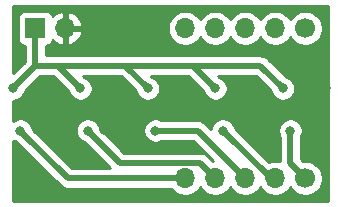
<source format=gbl>
%TF.GenerationSoftware,KiCad,Pcbnew,(5.1.8)-1*%
%TF.CreationDate,2021-03-06T21:21:54+09:00*%
%TF.ProjectId,led_driver,6c65645f-6472-4697-9665-722e6b696361,rev?*%
%TF.SameCoordinates,PX7df6180PY3a22d00*%
%TF.FileFunction,Copper,L2,Bot*%
%TF.FilePolarity,Positive*%
%FSLAX46Y46*%
G04 Gerber Fmt 4.6, Leading zero omitted, Abs format (unit mm)*
G04 Created by KiCad (PCBNEW (5.1.8)-1) date 2021-03-06 21:21:54*
%MOMM*%
%LPD*%
G01*
G04 APERTURE LIST*
%TA.AperFunction,ComponentPad*%
%ADD10C,1.700000*%
%TD*%
%TA.AperFunction,ComponentPad*%
%ADD11O,1.700000X1.700000*%
%TD*%
%TA.AperFunction,ComponentPad*%
%ADD12R,1.700000X1.700000*%
%TD*%
%TA.AperFunction,ViaPad*%
%ADD13C,0.800000*%
%TD*%
%TA.AperFunction,Conductor*%
%ADD14C,0.500000*%
%TD*%
%TA.AperFunction,Conductor*%
%ADD15C,0.254000*%
%TD*%
%TA.AperFunction,Conductor*%
%ADD16C,0.100000*%
%TD*%
G04 APERTURE END LIST*
D10*
%TO.P,J2,1*%
%TO.N,Net-(J2-Pad1)*%
X25400000Y2540000D03*
D11*
%TO.P,J2,2*%
%TO.N,Net-(J2-Pad2)*%
X22860000Y2540000D03*
%TO.P,J2,3*%
%TO.N,Net-(J2-Pad3)*%
X20320000Y2540000D03*
%TO.P,J2,4*%
%TO.N,Net-(J10-Pad1)*%
X17780000Y2540000D03*
%TO.P,J2,5*%
%TO.N,Net-(J11-Pad1)*%
X15240000Y2540000D03*
%TD*%
%TO.P,J3,5*%
%TO.N,Net-(J11-Pad4)*%
X15240000Y15240000D03*
%TO.P,J3,4*%
%TO.N,Net-(J10-Pad4)*%
X17780000Y15240000D03*
%TO.P,J3,3*%
%TO.N,Net-(J3-Pad3)*%
X20320000Y15240000D03*
%TO.P,J3,2*%
%TO.N,Net-(J3-Pad2)*%
X22860000Y15240000D03*
D10*
%TO.P,J3,1*%
%TO.N,Net-(J3-Pad1)*%
X25400000Y15240000D03*
%TD*%
D12*
%TO.P,J1,1*%
%TO.N,Net-(J1-Pad1)*%
X2540000Y15240000D03*
D11*
%TO.P,J1,2*%
%TO.N,Net-(J1-Pad2)*%
X5080000Y15240000D03*
%TD*%
D13*
%TO.N,Net-(J1-Pad1)*%
X635000Y10160000D03*
X6350000Y10160000D03*
X12065000Y10160000D03*
X17780000Y10160000D03*
X23495000Y10160000D03*
%TO.N,Net-(J1-Pad2)*%
X1016000Y16764000D03*
X26924000Y16764000D03*
X12319000Y1143000D03*
X10033000Y10160000D03*
X4318000Y10160000D03*
X15748000Y10160000D03*
X21463000Y10160000D03*
X27178000Y10160000D03*
X2667000Y6604000D03*
X11176000Y6858000D03*
X22606000Y6858000D03*
X8382000Y6604000D03*
X5334000Y6604000D03*
X25654000Y6604000D03*
X8636000Y15875000D03*
X2540000Y1143000D03*
X8255000Y1143000D03*
X26924000Y1016000D03*
%TO.N,Net-(J2-Pad1)*%
X24130000Y6580002D03*
%TO.N,Net-(J2-Pad2)*%
X18415000Y6580002D03*
%TO.N,Net-(J2-Pad3)*%
X12700000Y6580002D03*
%TO.N,Net-(J10-Pad1)*%
X6985000Y6580002D03*
%TO.N,Net-(J11-Pad1)*%
X1270000Y6580002D03*
%TD*%
D14*
%TO.N,Net-(J1-Pad1)*%
X2540000Y12065000D02*
X635000Y10160000D01*
X2540000Y15240000D02*
X2540000Y12065000D01*
X4445000Y12065000D02*
X6350000Y10160000D01*
X2540000Y12065000D02*
X4445000Y12065000D01*
X10160000Y12065000D02*
X12065000Y10160000D01*
X4445000Y12065000D02*
X10160000Y12065000D01*
X15875000Y12065000D02*
X17780000Y10160000D01*
X10160000Y12065000D02*
X15875000Y12065000D01*
X21590000Y12065000D02*
X23495000Y10160000D01*
X15875000Y12065000D02*
X21590000Y12065000D01*
%TO.N,Net-(J2-Pad1)*%
X24130000Y3810000D02*
X25400000Y2540000D01*
X24130000Y6580002D02*
X24130000Y3810000D01*
%TO.N,Net-(J2-Pad2)*%
X22455002Y2540000D02*
X22860000Y2540000D01*
X18415000Y6580002D02*
X22455002Y2540000D01*
%TO.N,Net-(J2-Pad3)*%
X16279998Y6580002D02*
X20320000Y2540000D01*
X12700000Y6580002D02*
X16279998Y6580002D01*
%TO.N,Net-(J10-Pad1)*%
X16479999Y3840001D02*
X17780000Y2540000D01*
X9725001Y3840001D02*
X16479999Y3840001D01*
X6985000Y6580002D02*
X9725001Y3840001D01*
%TO.N,Net-(J11-Pad1)*%
X5310002Y2540000D02*
X15240000Y2540000D01*
X1270000Y6580002D02*
X5310002Y2540000D01*
%TD*%
D15*
%TO.N,Net-(J1-Pad2)*%
X27280001Y660000D02*
X660000Y660000D01*
X660000Y5742807D01*
X779744Y5662797D01*
X968102Y5584776D01*
X1024957Y5573467D01*
X4653472Y1944951D01*
X4681185Y1911183D01*
X4714953Y1883470D01*
X4714955Y1883468D01*
X4815943Y1800589D01*
X4969688Y1718411D01*
X5136509Y1667806D01*
X5136512Y1667805D01*
X5266525Y1655000D01*
X5266533Y1655000D01*
X5310002Y1650719D01*
X5353471Y1655000D01*
X14045344Y1655000D01*
X14086525Y1593368D01*
X14293368Y1386525D01*
X14536589Y1224010D01*
X14806842Y1112068D01*
X15093740Y1055000D01*
X15386260Y1055000D01*
X15673158Y1112068D01*
X15943411Y1224010D01*
X16186632Y1386525D01*
X16393475Y1593368D01*
X16510000Y1767760D01*
X16626525Y1593368D01*
X16833368Y1386525D01*
X17076589Y1224010D01*
X17346842Y1112068D01*
X17633740Y1055000D01*
X17926260Y1055000D01*
X18213158Y1112068D01*
X18483411Y1224010D01*
X18726632Y1386525D01*
X18933475Y1593368D01*
X19050000Y1767760D01*
X19166525Y1593368D01*
X19373368Y1386525D01*
X19616589Y1224010D01*
X19886842Y1112068D01*
X20173740Y1055000D01*
X20466260Y1055000D01*
X20753158Y1112068D01*
X21023411Y1224010D01*
X21266632Y1386525D01*
X21473475Y1593368D01*
X21590000Y1767760D01*
X21706525Y1593368D01*
X21913368Y1386525D01*
X22156589Y1224010D01*
X22426842Y1112068D01*
X22713740Y1055000D01*
X23006260Y1055000D01*
X23293158Y1112068D01*
X23563411Y1224010D01*
X23806632Y1386525D01*
X24013475Y1593368D01*
X24130000Y1767760D01*
X24246525Y1593368D01*
X24453368Y1386525D01*
X24696589Y1224010D01*
X24966842Y1112068D01*
X25253740Y1055000D01*
X25546260Y1055000D01*
X25833158Y1112068D01*
X26103411Y1224010D01*
X26346632Y1386525D01*
X26553475Y1593368D01*
X26715990Y1836589D01*
X26827932Y2106842D01*
X26885000Y2393740D01*
X26885000Y2686260D01*
X26827932Y2973158D01*
X26715990Y3243411D01*
X26553475Y3486632D01*
X26346632Y3693475D01*
X26103411Y3855990D01*
X25833158Y3967932D01*
X25546260Y4025000D01*
X25253740Y4025000D01*
X25181039Y4010539D01*
X25015000Y4176578D01*
X25015000Y6041548D01*
X25047205Y6089746D01*
X25125226Y6278104D01*
X25165000Y6478063D01*
X25165000Y6681941D01*
X25125226Y6881900D01*
X25047205Y7070258D01*
X24933937Y7239776D01*
X24789774Y7383939D01*
X24620256Y7497207D01*
X24431898Y7575228D01*
X24231939Y7615002D01*
X24028061Y7615002D01*
X23828102Y7575228D01*
X23639744Y7497207D01*
X23470226Y7383939D01*
X23326063Y7239776D01*
X23212795Y7070258D01*
X23134774Y6881900D01*
X23095000Y6681941D01*
X23095000Y6478063D01*
X23134774Y6278104D01*
X23212795Y6089746D01*
X23245000Y6041547D01*
X23245001Y3977511D01*
X23006260Y4025000D01*
X22713740Y4025000D01*
X22426842Y3967932D01*
X22322053Y3924527D01*
X19421535Y6825045D01*
X19410226Y6881900D01*
X19332205Y7070258D01*
X19218937Y7239776D01*
X19074774Y7383939D01*
X18905256Y7497207D01*
X18716898Y7575228D01*
X18516939Y7615002D01*
X18313061Y7615002D01*
X18113102Y7575228D01*
X17924744Y7497207D01*
X17755226Y7383939D01*
X17611063Y7239776D01*
X17497795Y7070258D01*
X17419774Y6881900D01*
X17388235Y6723343D01*
X16936532Y7175046D01*
X16908815Y7208819D01*
X16774057Y7319413D01*
X16620311Y7401591D01*
X16453488Y7452197D01*
X16323475Y7465002D01*
X16323467Y7465002D01*
X16279998Y7469283D01*
X16236529Y7465002D01*
X13238454Y7465002D01*
X13190256Y7497207D01*
X13001898Y7575228D01*
X12801939Y7615002D01*
X12598061Y7615002D01*
X12398102Y7575228D01*
X12209744Y7497207D01*
X12040226Y7383939D01*
X11896063Y7239776D01*
X11782795Y7070258D01*
X11704774Y6881900D01*
X11665000Y6681941D01*
X11665000Y6478063D01*
X11704774Y6278104D01*
X11782795Y6089746D01*
X11896063Y5920228D01*
X12040226Y5776065D01*
X12209744Y5662797D01*
X12398102Y5584776D01*
X12598061Y5545002D01*
X12801939Y5545002D01*
X13001898Y5584776D01*
X13190256Y5662797D01*
X13238454Y5695002D01*
X15913420Y5695002D01*
X17591770Y4016652D01*
X17561039Y4010539D01*
X17136533Y4435045D01*
X17108816Y4468818D01*
X16974058Y4579412D01*
X16820312Y4661590D01*
X16653489Y4712196D01*
X16523476Y4725001D01*
X16523468Y4725001D01*
X16479999Y4729282D01*
X16436530Y4725001D01*
X10091580Y4725001D01*
X7991535Y6825045D01*
X7980226Y6881900D01*
X7902205Y7070258D01*
X7788937Y7239776D01*
X7644774Y7383939D01*
X7475256Y7497207D01*
X7286898Y7575228D01*
X7086939Y7615002D01*
X6883061Y7615002D01*
X6683102Y7575228D01*
X6494744Y7497207D01*
X6325226Y7383939D01*
X6181063Y7239776D01*
X6067795Y7070258D01*
X5989774Y6881900D01*
X5950000Y6681941D01*
X5950000Y6478063D01*
X5989774Y6278104D01*
X6067795Y6089746D01*
X6181063Y5920228D01*
X6325226Y5776065D01*
X6494744Y5662797D01*
X6683102Y5584776D01*
X6739957Y5573467D01*
X8888423Y3425000D01*
X5676581Y3425000D01*
X2276535Y6825045D01*
X2265226Y6881900D01*
X2187205Y7070258D01*
X2073937Y7239776D01*
X1929774Y7383939D01*
X1760256Y7497207D01*
X1571898Y7575228D01*
X1371939Y7615002D01*
X1168061Y7615002D01*
X968102Y7575228D01*
X779744Y7497207D01*
X660000Y7417197D01*
X660000Y9125000D01*
X736939Y9125000D01*
X936898Y9164774D01*
X1125256Y9242795D01*
X1294774Y9356063D01*
X1438937Y9500226D01*
X1552205Y9669744D01*
X1630226Y9858102D01*
X1641535Y9914957D01*
X2906579Y11180000D01*
X4078422Y11180000D01*
X5343465Y9914956D01*
X5354774Y9858102D01*
X5432795Y9669744D01*
X5546063Y9500226D01*
X5690226Y9356063D01*
X5859744Y9242795D01*
X6048102Y9164774D01*
X6248061Y9125000D01*
X6451939Y9125000D01*
X6651898Y9164774D01*
X6840256Y9242795D01*
X7009774Y9356063D01*
X7153937Y9500226D01*
X7267205Y9669744D01*
X7345226Y9858102D01*
X7385000Y10058061D01*
X7385000Y10261939D01*
X7345226Y10461898D01*
X7267205Y10650256D01*
X7153937Y10819774D01*
X7009774Y10963937D01*
X6840256Y11077205D01*
X6651898Y11155226D01*
X6595044Y11166535D01*
X6581579Y11180000D01*
X9793422Y11180000D01*
X11058465Y9914956D01*
X11069774Y9858102D01*
X11147795Y9669744D01*
X11261063Y9500226D01*
X11405226Y9356063D01*
X11574744Y9242795D01*
X11763102Y9164774D01*
X11963061Y9125000D01*
X12166939Y9125000D01*
X12366898Y9164774D01*
X12555256Y9242795D01*
X12724774Y9356063D01*
X12868937Y9500226D01*
X12982205Y9669744D01*
X13060226Y9858102D01*
X13100000Y10058061D01*
X13100000Y10261939D01*
X13060226Y10461898D01*
X12982205Y10650256D01*
X12868937Y10819774D01*
X12724774Y10963937D01*
X12555256Y11077205D01*
X12366898Y11155226D01*
X12310044Y11166535D01*
X12296579Y11180000D01*
X15508422Y11180000D01*
X16773465Y9914956D01*
X16784774Y9858102D01*
X16862795Y9669744D01*
X16976063Y9500226D01*
X17120226Y9356063D01*
X17289744Y9242795D01*
X17478102Y9164774D01*
X17678061Y9125000D01*
X17881939Y9125000D01*
X18081898Y9164774D01*
X18270256Y9242795D01*
X18439774Y9356063D01*
X18583937Y9500226D01*
X18697205Y9669744D01*
X18775226Y9858102D01*
X18815000Y10058061D01*
X18815000Y10261939D01*
X18775226Y10461898D01*
X18697205Y10650256D01*
X18583937Y10819774D01*
X18439774Y10963937D01*
X18270256Y11077205D01*
X18081898Y11155226D01*
X18025044Y11166535D01*
X18011579Y11180000D01*
X21223422Y11180000D01*
X22488465Y9914956D01*
X22499774Y9858102D01*
X22577795Y9669744D01*
X22691063Y9500226D01*
X22835226Y9356063D01*
X23004744Y9242795D01*
X23193102Y9164774D01*
X23393061Y9125000D01*
X23596939Y9125000D01*
X23796898Y9164774D01*
X23985256Y9242795D01*
X24154774Y9356063D01*
X24298937Y9500226D01*
X24412205Y9669744D01*
X24490226Y9858102D01*
X24530000Y10058061D01*
X24530000Y10261939D01*
X24490226Y10461898D01*
X24412205Y10650256D01*
X24298937Y10819774D01*
X24154774Y10963937D01*
X23985256Y11077205D01*
X23796898Y11155226D01*
X23740044Y11166535D01*
X22246534Y12660044D01*
X22218817Y12693817D01*
X22084059Y12804411D01*
X21930313Y12886589D01*
X21763490Y12937195D01*
X21633477Y12950000D01*
X21633469Y12950000D01*
X21590000Y12954281D01*
X21546531Y12950000D01*
X15918469Y12950000D01*
X15875000Y12954281D01*
X15831531Y12950000D01*
X10203469Y12950000D01*
X10160000Y12954281D01*
X10116531Y12950000D01*
X4488469Y12950000D01*
X4445000Y12954281D01*
X4401531Y12950000D01*
X3425000Y12950000D01*
X3425000Y13755375D01*
X3514482Y13764188D01*
X3634180Y13800498D01*
X3744494Y13859463D01*
X3841185Y13938815D01*
X3920537Y14035506D01*
X3979502Y14145820D01*
X4003966Y14226466D01*
X4079731Y14142412D01*
X4313080Y13968359D01*
X4575901Y13843175D01*
X4723110Y13798524D01*
X4953000Y13919845D01*
X4953000Y15113000D01*
X5207000Y15113000D01*
X5207000Y13919845D01*
X5436890Y13798524D01*
X5584099Y13843175D01*
X5846920Y13968359D01*
X6080269Y14142412D01*
X6275178Y14358645D01*
X6424157Y14608748D01*
X6521481Y14883109D01*
X6400814Y15113000D01*
X5207000Y15113000D01*
X4953000Y15113000D01*
X4933000Y15113000D01*
X4933000Y15367000D01*
X4953000Y15367000D01*
X4953000Y16560155D01*
X5207000Y16560155D01*
X5207000Y15367000D01*
X6400814Y15367000D01*
X6410923Y15386260D01*
X13755000Y15386260D01*
X13755000Y15093740D01*
X13812068Y14806842D01*
X13924010Y14536589D01*
X14086525Y14293368D01*
X14293368Y14086525D01*
X14536589Y13924010D01*
X14806842Y13812068D01*
X15093740Y13755000D01*
X15386260Y13755000D01*
X15673158Y13812068D01*
X15943411Y13924010D01*
X16186632Y14086525D01*
X16393475Y14293368D01*
X16510000Y14467760D01*
X16626525Y14293368D01*
X16833368Y14086525D01*
X17076589Y13924010D01*
X17346842Y13812068D01*
X17633740Y13755000D01*
X17926260Y13755000D01*
X18213158Y13812068D01*
X18483411Y13924010D01*
X18726632Y14086525D01*
X18933475Y14293368D01*
X19050000Y14467760D01*
X19166525Y14293368D01*
X19373368Y14086525D01*
X19616589Y13924010D01*
X19886842Y13812068D01*
X20173740Y13755000D01*
X20466260Y13755000D01*
X20753158Y13812068D01*
X21023411Y13924010D01*
X21266632Y14086525D01*
X21473475Y14293368D01*
X21590000Y14467760D01*
X21706525Y14293368D01*
X21913368Y14086525D01*
X22156589Y13924010D01*
X22426842Y13812068D01*
X22713740Y13755000D01*
X23006260Y13755000D01*
X23293158Y13812068D01*
X23563411Y13924010D01*
X23806632Y14086525D01*
X24013475Y14293368D01*
X24130000Y14467760D01*
X24246525Y14293368D01*
X24453368Y14086525D01*
X24696589Y13924010D01*
X24966842Y13812068D01*
X25253740Y13755000D01*
X25546260Y13755000D01*
X25833158Y13812068D01*
X26103411Y13924010D01*
X26346632Y14086525D01*
X26553475Y14293368D01*
X26715990Y14536589D01*
X26827932Y14806842D01*
X26885000Y15093740D01*
X26885000Y15386260D01*
X26827932Y15673158D01*
X26715990Y15943411D01*
X26553475Y16186632D01*
X26346632Y16393475D01*
X26103411Y16555990D01*
X25833158Y16667932D01*
X25546260Y16725000D01*
X25253740Y16725000D01*
X24966842Y16667932D01*
X24696589Y16555990D01*
X24453368Y16393475D01*
X24246525Y16186632D01*
X24130000Y16012240D01*
X24013475Y16186632D01*
X23806632Y16393475D01*
X23563411Y16555990D01*
X23293158Y16667932D01*
X23006260Y16725000D01*
X22713740Y16725000D01*
X22426842Y16667932D01*
X22156589Y16555990D01*
X21913368Y16393475D01*
X21706525Y16186632D01*
X21590000Y16012240D01*
X21473475Y16186632D01*
X21266632Y16393475D01*
X21023411Y16555990D01*
X20753158Y16667932D01*
X20466260Y16725000D01*
X20173740Y16725000D01*
X19886842Y16667932D01*
X19616589Y16555990D01*
X19373368Y16393475D01*
X19166525Y16186632D01*
X19050000Y16012240D01*
X18933475Y16186632D01*
X18726632Y16393475D01*
X18483411Y16555990D01*
X18213158Y16667932D01*
X17926260Y16725000D01*
X17633740Y16725000D01*
X17346842Y16667932D01*
X17076589Y16555990D01*
X16833368Y16393475D01*
X16626525Y16186632D01*
X16510000Y16012240D01*
X16393475Y16186632D01*
X16186632Y16393475D01*
X15943411Y16555990D01*
X15673158Y16667932D01*
X15386260Y16725000D01*
X15093740Y16725000D01*
X14806842Y16667932D01*
X14536589Y16555990D01*
X14293368Y16393475D01*
X14086525Y16186632D01*
X13924010Y15943411D01*
X13812068Y15673158D01*
X13755000Y15386260D01*
X6410923Y15386260D01*
X6521481Y15596891D01*
X6424157Y15871252D01*
X6275178Y16121355D01*
X6080269Y16337588D01*
X5846920Y16511641D01*
X5584099Y16636825D01*
X5436890Y16681476D01*
X5207000Y16560155D01*
X4953000Y16560155D01*
X4723110Y16681476D01*
X4575901Y16636825D01*
X4313080Y16511641D01*
X4079731Y16337588D01*
X4003966Y16253534D01*
X3979502Y16334180D01*
X3920537Y16444494D01*
X3841185Y16541185D01*
X3744494Y16620537D01*
X3634180Y16679502D01*
X3514482Y16715812D01*
X3390000Y16728072D01*
X1690000Y16728072D01*
X1565518Y16715812D01*
X1445820Y16679502D01*
X1335506Y16620537D01*
X1238815Y16541185D01*
X1159463Y16444494D01*
X1100498Y16334180D01*
X1064188Y16214482D01*
X1051928Y16090000D01*
X1051928Y14390000D01*
X1064188Y14265518D01*
X1100498Y14145820D01*
X1159463Y14035506D01*
X1238815Y13938815D01*
X1335506Y13859463D01*
X1445820Y13800498D01*
X1565518Y13764188D01*
X1655000Y13755375D01*
X1655001Y12431580D01*
X660000Y11436578D01*
X660000Y17120000D01*
X27280000Y17120000D01*
X27280001Y660000D01*
%TA.AperFunction,Conductor*%
D16*
G36*
X27280001Y660000D02*
G01*
X660000Y660000D01*
X660000Y5742807D01*
X779744Y5662797D01*
X968102Y5584776D01*
X1024957Y5573467D01*
X4653472Y1944951D01*
X4681185Y1911183D01*
X4714953Y1883470D01*
X4714955Y1883468D01*
X4815943Y1800589D01*
X4969688Y1718411D01*
X5136509Y1667806D01*
X5136512Y1667805D01*
X5266525Y1655000D01*
X5266533Y1655000D01*
X5310002Y1650719D01*
X5353471Y1655000D01*
X14045344Y1655000D01*
X14086525Y1593368D01*
X14293368Y1386525D01*
X14536589Y1224010D01*
X14806842Y1112068D01*
X15093740Y1055000D01*
X15386260Y1055000D01*
X15673158Y1112068D01*
X15943411Y1224010D01*
X16186632Y1386525D01*
X16393475Y1593368D01*
X16510000Y1767760D01*
X16626525Y1593368D01*
X16833368Y1386525D01*
X17076589Y1224010D01*
X17346842Y1112068D01*
X17633740Y1055000D01*
X17926260Y1055000D01*
X18213158Y1112068D01*
X18483411Y1224010D01*
X18726632Y1386525D01*
X18933475Y1593368D01*
X19050000Y1767760D01*
X19166525Y1593368D01*
X19373368Y1386525D01*
X19616589Y1224010D01*
X19886842Y1112068D01*
X20173740Y1055000D01*
X20466260Y1055000D01*
X20753158Y1112068D01*
X21023411Y1224010D01*
X21266632Y1386525D01*
X21473475Y1593368D01*
X21590000Y1767760D01*
X21706525Y1593368D01*
X21913368Y1386525D01*
X22156589Y1224010D01*
X22426842Y1112068D01*
X22713740Y1055000D01*
X23006260Y1055000D01*
X23293158Y1112068D01*
X23563411Y1224010D01*
X23806632Y1386525D01*
X24013475Y1593368D01*
X24130000Y1767760D01*
X24246525Y1593368D01*
X24453368Y1386525D01*
X24696589Y1224010D01*
X24966842Y1112068D01*
X25253740Y1055000D01*
X25546260Y1055000D01*
X25833158Y1112068D01*
X26103411Y1224010D01*
X26346632Y1386525D01*
X26553475Y1593368D01*
X26715990Y1836589D01*
X26827932Y2106842D01*
X26885000Y2393740D01*
X26885000Y2686260D01*
X26827932Y2973158D01*
X26715990Y3243411D01*
X26553475Y3486632D01*
X26346632Y3693475D01*
X26103411Y3855990D01*
X25833158Y3967932D01*
X25546260Y4025000D01*
X25253740Y4025000D01*
X25181039Y4010539D01*
X25015000Y4176578D01*
X25015000Y6041548D01*
X25047205Y6089746D01*
X25125226Y6278104D01*
X25165000Y6478063D01*
X25165000Y6681941D01*
X25125226Y6881900D01*
X25047205Y7070258D01*
X24933937Y7239776D01*
X24789774Y7383939D01*
X24620256Y7497207D01*
X24431898Y7575228D01*
X24231939Y7615002D01*
X24028061Y7615002D01*
X23828102Y7575228D01*
X23639744Y7497207D01*
X23470226Y7383939D01*
X23326063Y7239776D01*
X23212795Y7070258D01*
X23134774Y6881900D01*
X23095000Y6681941D01*
X23095000Y6478063D01*
X23134774Y6278104D01*
X23212795Y6089746D01*
X23245000Y6041547D01*
X23245001Y3977511D01*
X23006260Y4025000D01*
X22713740Y4025000D01*
X22426842Y3967932D01*
X22322053Y3924527D01*
X19421535Y6825045D01*
X19410226Y6881900D01*
X19332205Y7070258D01*
X19218937Y7239776D01*
X19074774Y7383939D01*
X18905256Y7497207D01*
X18716898Y7575228D01*
X18516939Y7615002D01*
X18313061Y7615002D01*
X18113102Y7575228D01*
X17924744Y7497207D01*
X17755226Y7383939D01*
X17611063Y7239776D01*
X17497795Y7070258D01*
X17419774Y6881900D01*
X17388235Y6723343D01*
X16936532Y7175046D01*
X16908815Y7208819D01*
X16774057Y7319413D01*
X16620311Y7401591D01*
X16453488Y7452197D01*
X16323475Y7465002D01*
X16323467Y7465002D01*
X16279998Y7469283D01*
X16236529Y7465002D01*
X13238454Y7465002D01*
X13190256Y7497207D01*
X13001898Y7575228D01*
X12801939Y7615002D01*
X12598061Y7615002D01*
X12398102Y7575228D01*
X12209744Y7497207D01*
X12040226Y7383939D01*
X11896063Y7239776D01*
X11782795Y7070258D01*
X11704774Y6881900D01*
X11665000Y6681941D01*
X11665000Y6478063D01*
X11704774Y6278104D01*
X11782795Y6089746D01*
X11896063Y5920228D01*
X12040226Y5776065D01*
X12209744Y5662797D01*
X12398102Y5584776D01*
X12598061Y5545002D01*
X12801939Y5545002D01*
X13001898Y5584776D01*
X13190256Y5662797D01*
X13238454Y5695002D01*
X15913420Y5695002D01*
X17591770Y4016652D01*
X17561039Y4010539D01*
X17136533Y4435045D01*
X17108816Y4468818D01*
X16974058Y4579412D01*
X16820312Y4661590D01*
X16653489Y4712196D01*
X16523476Y4725001D01*
X16523468Y4725001D01*
X16479999Y4729282D01*
X16436530Y4725001D01*
X10091580Y4725001D01*
X7991535Y6825045D01*
X7980226Y6881900D01*
X7902205Y7070258D01*
X7788937Y7239776D01*
X7644774Y7383939D01*
X7475256Y7497207D01*
X7286898Y7575228D01*
X7086939Y7615002D01*
X6883061Y7615002D01*
X6683102Y7575228D01*
X6494744Y7497207D01*
X6325226Y7383939D01*
X6181063Y7239776D01*
X6067795Y7070258D01*
X5989774Y6881900D01*
X5950000Y6681941D01*
X5950000Y6478063D01*
X5989774Y6278104D01*
X6067795Y6089746D01*
X6181063Y5920228D01*
X6325226Y5776065D01*
X6494744Y5662797D01*
X6683102Y5584776D01*
X6739957Y5573467D01*
X8888423Y3425000D01*
X5676581Y3425000D01*
X2276535Y6825045D01*
X2265226Y6881900D01*
X2187205Y7070258D01*
X2073937Y7239776D01*
X1929774Y7383939D01*
X1760256Y7497207D01*
X1571898Y7575228D01*
X1371939Y7615002D01*
X1168061Y7615002D01*
X968102Y7575228D01*
X779744Y7497207D01*
X660000Y7417197D01*
X660000Y9125000D01*
X736939Y9125000D01*
X936898Y9164774D01*
X1125256Y9242795D01*
X1294774Y9356063D01*
X1438937Y9500226D01*
X1552205Y9669744D01*
X1630226Y9858102D01*
X1641535Y9914957D01*
X2906579Y11180000D01*
X4078422Y11180000D01*
X5343465Y9914956D01*
X5354774Y9858102D01*
X5432795Y9669744D01*
X5546063Y9500226D01*
X5690226Y9356063D01*
X5859744Y9242795D01*
X6048102Y9164774D01*
X6248061Y9125000D01*
X6451939Y9125000D01*
X6651898Y9164774D01*
X6840256Y9242795D01*
X7009774Y9356063D01*
X7153937Y9500226D01*
X7267205Y9669744D01*
X7345226Y9858102D01*
X7385000Y10058061D01*
X7385000Y10261939D01*
X7345226Y10461898D01*
X7267205Y10650256D01*
X7153937Y10819774D01*
X7009774Y10963937D01*
X6840256Y11077205D01*
X6651898Y11155226D01*
X6595044Y11166535D01*
X6581579Y11180000D01*
X9793422Y11180000D01*
X11058465Y9914956D01*
X11069774Y9858102D01*
X11147795Y9669744D01*
X11261063Y9500226D01*
X11405226Y9356063D01*
X11574744Y9242795D01*
X11763102Y9164774D01*
X11963061Y9125000D01*
X12166939Y9125000D01*
X12366898Y9164774D01*
X12555256Y9242795D01*
X12724774Y9356063D01*
X12868937Y9500226D01*
X12982205Y9669744D01*
X13060226Y9858102D01*
X13100000Y10058061D01*
X13100000Y10261939D01*
X13060226Y10461898D01*
X12982205Y10650256D01*
X12868937Y10819774D01*
X12724774Y10963937D01*
X12555256Y11077205D01*
X12366898Y11155226D01*
X12310044Y11166535D01*
X12296579Y11180000D01*
X15508422Y11180000D01*
X16773465Y9914956D01*
X16784774Y9858102D01*
X16862795Y9669744D01*
X16976063Y9500226D01*
X17120226Y9356063D01*
X17289744Y9242795D01*
X17478102Y9164774D01*
X17678061Y9125000D01*
X17881939Y9125000D01*
X18081898Y9164774D01*
X18270256Y9242795D01*
X18439774Y9356063D01*
X18583937Y9500226D01*
X18697205Y9669744D01*
X18775226Y9858102D01*
X18815000Y10058061D01*
X18815000Y10261939D01*
X18775226Y10461898D01*
X18697205Y10650256D01*
X18583937Y10819774D01*
X18439774Y10963937D01*
X18270256Y11077205D01*
X18081898Y11155226D01*
X18025044Y11166535D01*
X18011579Y11180000D01*
X21223422Y11180000D01*
X22488465Y9914956D01*
X22499774Y9858102D01*
X22577795Y9669744D01*
X22691063Y9500226D01*
X22835226Y9356063D01*
X23004744Y9242795D01*
X23193102Y9164774D01*
X23393061Y9125000D01*
X23596939Y9125000D01*
X23796898Y9164774D01*
X23985256Y9242795D01*
X24154774Y9356063D01*
X24298937Y9500226D01*
X24412205Y9669744D01*
X24490226Y9858102D01*
X24530000Y10058061D01*
X24530000Y10261939D01*
X24490226Y10461898D01*
X24412205Y10650256D01*
X24298937Y10819774D01*
X24154774Y10963937D01*
X23985256Y11077205D01*
X23796898Y11155226D01*
X23740044Y11166535D01*
X22246534Y12660044D01*
X22218817Y12693817D01*
X22084059Y12804411D01*
X21930313Y12886589D01*
X21763490Y12937195D01*
X21633477Y12950000D01*
X21633469Y12950000D01*
X21590000Y12954281D01*
X21546531Y12950000D01*
X15918469Y12950000D01*
X15875000Y12954281D01*
X15831531Y12950000D01*
X10203469Y12950000D01*
X10160000Y12954281D01*
X10116531Y12950000D01*
X4488469Y12950000D01*
X4445000Y12954281D01*
X4401531Y12950000D01*
X3425000Y12950000D01*
X3425000Y13755375D01*
X3514482Y13764188D01*
X3634180Y13800498D01*
X3744494Y13859463D01*
X3841185Y13938815D01*
X3920537Y14035506D01*
X3979502Y14145820D01*
X4003966Y14226466D01*
X4079731Y14142412D01*
X4313080Y13968359D01*
X4575901Y13843175D01*
X4723110Y13798524D01*
X4953000Y13919845D01*
X4953000Y15113000D01*
X5207000Y15113000D01*
X5207000Y13919845D01*
X5436890Y13798524D01*
X5584099Y13843175D01*
X5846920Y13968359D01*
X6080269Y14142412D01*
X6275178Y14358645D01*
X6424157Y14608748D01*
X6521481Y14883109D01*
X6400814Y15113000D01*
X5207000Y15113000D01*
X4953000Y15113000D01*
X4933000Y15113000D01*
X4933000Y15367000D01*
X4953000Y15367000D01*
X4953000Y16560155D01*
X5207000Y16560155D01*
X5207000Y15367000D01*
X6400814Y15367000D01*
X6410923Y15386260D01*
X13755000Y15386260D01*
X13755000Y15093740D01*
X13812068Y14806842D01*
X13924010Y14536589D01*
X14086525Y14293368D01*
X14293368Y14086525D01*
X14536589Y13924010D01*
X14806842Y13812068D01*
X15093740Y13755000D01*
X15386260Y13755000D01*
X15673158Y13812068D01*
X15943411Y13924010D01*
X16186632Y14086525D01*
X16393475Y14293368D01*
X16510000Y14467760D01*
X16626525Y14293368D01*
X16833368Y14086525D01*
X17076589Y13924010D01*
X17346842Y13812068D01*
X17633740Y13755000D01*
X17926260Y13755000D01*
X18213158Y13812068D01*
X18483411Y13924010D01*
X18726632Y14086525D01*
X18933475Y14293368D01*
X19050000Y14467760D01*
X19166525Y14293368D01*
X19373368Y14086525D01*
X19616589Y13924010D01*
X19886842Y13812068D01*
X20173740Y13755000D01*
X20466260Y13755000D01*
X20753158Y13812068D01*
X21023411Y13924010D01*
X21266632Y14086525D01*
X21473475Y14293368D01*
X21590000Y14467760D01*
X21706525Y14293368D01*
X21913368Y14086525D01*
X22156589Y13924010D01*
X22426842Y13812068D01*
X22713740Y13755000D01*
X23006260Y13755000D01*
X23293158Y13812068D01*
X23563411Y13924010D01*
X23806632Y14086525D01*
X24013475Y14293368D01*
X24130000Y14467760D01*
X24246525Y14293368D01*
X24453368Y14086525D01*
X24696589Y13924010D01*
X24966842Y13812068D01*
X25253740Y13755000D01*
X25546260Y13755000D01*
X25833158Y13812068D01*
X26103411Y13924010D01*
X26346632Y14086525D01*
X26553475Y14293368D01*
X26715990Y14536589D01*
X26827932Y14806842D01*
X26885000Y15093740D01*
X26885000Y15386260D01*
X26827932Y15673158D01*
X26715990Y15943411D01*
X26553475Y16186632D01*
X26346632Y16393475D01*
X26103411Y16555990D01*
X25833158Y16667932D01*
X25546260Y16725000D01*
X25253740Y16725000D01*
X24966842Y16667932D01*
X24696589Y16555990D01*
X24453368Y16393475D01*
X24246525Y16186632D01*
X24130000Y16012240D01*
X24013475Y16186632D01*
X23806632Y16393475D01*
X23563411Y16555990D01*
X23293158Y16667932D01*
X23006260Y16725000D01*
X22713740Y16725000D01*
X22426842Y16667932D01*
X22156589Y16555990D01*
X21913368Y16393475D01*
X21706525Y16186632D01*
X21590000Y16012240D01*
X21473475Y16186632D01*
X21266632Y16393475D01*
X21023411Y16555990D01*
X20753158Y16667932D01*
X20466260Y16725000D01*
X20173740Y16725000D01*
X19886842Y16667932D01*
X19616589Y16555990D01*
X19373368Y16393475D01*
X19166525Y16186632D01*
X19050000Y16012240D01*
X18933475Y16186632D01*
X18726632Y16393475D01*
X18483411Y16555990D01*
X18213158Y16667932D01*
X17926260Y16725000D01*
X17633740Y16725000D01*
X17346842Y16667932D01*
X17076589Y16555990D01*
X16833368Y16393475D01*
X16626525Y16186632D01*
X16510000Y16012240D01*
X16393475Y16186632D01*
X16186632Y16393475D01*
X15943411Y16555990D01*
X15673158Y16667932D01*
X15386260Y16725000D01*
X15093740Y16725000D01*
X14806842Y16667932D01*
X14536589Y16555990D01*
X14293368Y16393475D01*
X14086525Y16186632D01*
X13924010Y15943411D01*
X13812068Y15673158D01*
X13755000Y15386260D01*
X6410923Y15386260D01*
X6521481Y15596891D01*
X6424157Y15871252D01*
X6275178Y16121355D01*
X6080269Y16337588D01*
X5846920Y16511641D01*
X5584099Y16636825D01*
X5436890Y16681476D01*
X5207000Y16560155D01*
X4953000Y16560155D01*
X4723110Y16681476D01*
X4575901Y16636825D01*
X4313080Y16511641D01*
X4079731Y16337588D01*
X4003966Y16253534D01*
X3979502Y16334180D01*
X3920537Y16444494D01*
X3841185Y16541185D01*
X3744494Y16620537D01*
X3634180Y16679502D01*
X3514482Y16715812D01*
X3390000Y16728072D01*
X1690000Y16728072D01*
X1565518Y16715812D01*
X1445820Y16679502D01*
X1335506Y16620537D01*
X1238815Y16541185D01*
X1159463Y16444494D01*
X1100498Y16334180D01*
X1064188Y16214482D01*
X1051928Y16090000D01*
X1051928Y14390000D01*
X1064188Y14265518D01*
X1100498Y14145820D01*
X1159463Y14035506D01*
X1238815Y13938815D01*
X1335506Y13859463D01*
X1445820Y13800498D01*
X1565518Y13764188D01*
X1655000Y13755375D01*
X1655001Y12431580D01*
X660000Y11436578D01*
X660000Y17120000D01*
X27280000Y17120000D01*
X27280001Y660000D01*
G37*
%TD.AperFunction*%
%TD*%
M02*

</source>
